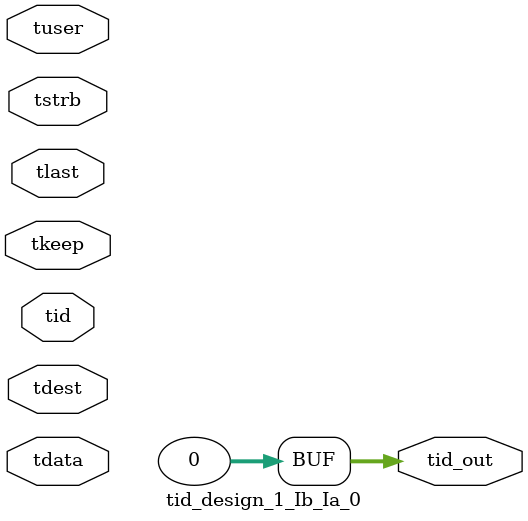
<source format=v>


`timescale 1ps/1ps

module tid_design_1_Ib_Ia_0 #
(
parameter C_S_AXIS_TID_WIDTH   = 1,
parameter C_S_AXIS_TUSER_WIDTH = 0,
parameter C_S_AXIS_TDATA_WIDTH = 0,
parameter C_S_AXIS_TDEST_WIDTH = 0,
parameter C_M_AXIS_TID_WIDTH   = 32
)
(
input  [(C_S_AXIS_TID_WIDTH   == 0 ? 1 : C_S_AXIS_TID_WIDTH)-1:0       ] tid,
input  [(C_S_AXIS_TDATA_WIDTH == 0 ? 1 : C_S_AXIS_TDATA_WIDTH)-1:0     ] tdata,
input  [(C_S_AXIS_TUSER_WIDTH == 0 ? 1 : C_S_AXIS_TUSER_WIDTH)-1:0     ] tuser,
input  [(C_S_AXIS_TDEST_WIDTH == 0 ? 1 : C_S_AXIS_TDEST_WIDTH)-1:0     ] tdest,
input  [(C_S_AXIS_TDATA_WIDTH/8)-1:0 ] tkeep,
input  [(C_S_AXIS_TDATA_WIDTH/8)-1:0 ] tstrb,
input                                                                    tlast,
output [(C_M_AXIS_TID_WIDTH   == 0 ? 1 : C_M_AXIS_TID_WIDTH)-1:0       ] tid_out
);

assign tid_out = {1'b0};

endmodule


</source>
